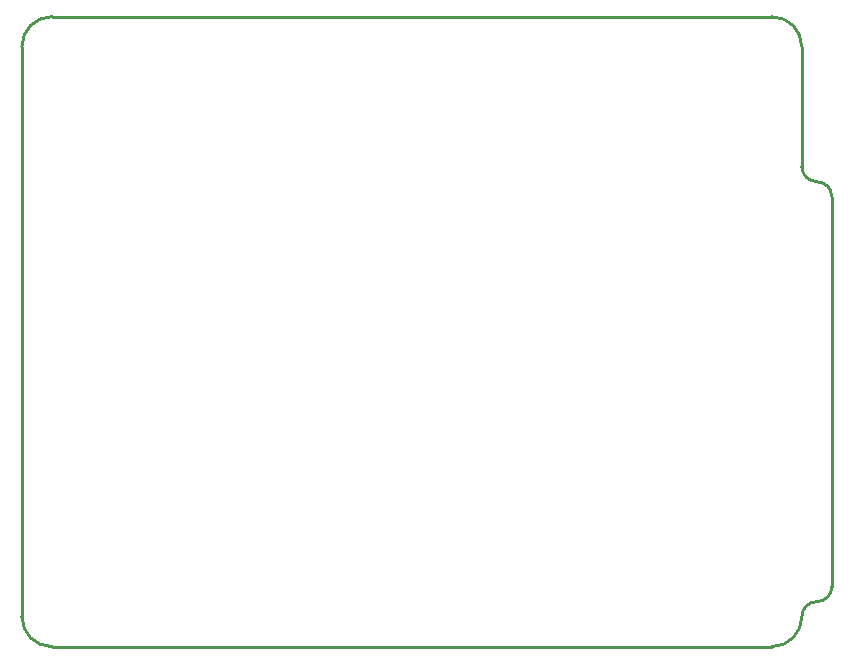
<source format=gm1>
G04 #@! TF.FileFunction,Profile,NP*
%FSLAX46Y46*%
G04 Gerber Fmt 4.6, Leading zero omitted, Abs format (unit mm)*
G04 Created by KiCad (PCBNEW 4.0.2+e4-6225~38~ubuntu16.04.1-stable) date mié 13 jul 2016 09:42:43 CEST*
%MOMM*%
G01*
G04 APERTURE LIST*
%ADD10C,0.100000*%
%ADD11C,0.254000*%
G04 APERTURE END LIST*
D10*
D11*
X68580000Y38100000D02*
X68580000Y5080000D01*
X66040000Y40640000D02*
X66040000Y50800000D01*
X68580000Y38100000D02*
G75*
G03X67310000Y39370000I-1270000J0D01*
G01*
X66040000Y40640000D02*
G75*
G03X67310000Y39370000I1270000J0D01*
G01*
X67310000Y3810000D02*
G75*
G03X68580000Y5080000I0J1270000D01*
G01*
X67310000Y3810000D02*
G75*
G03X66040000Y2540000I0J-1270000D01*
G01*
X2540000Y53340000D02*
X63500000Y53340000D01*
X0Y2540000D02*
X0Y50800000D01*
X2540000Y0D02*
X63500000Y0D01*
X66040000Y50800000D02*
G75*
G03X63500000Y53340000I-2540000J0D01*
G01*
X63500000Y0D02*
G75*
G03X66040000Y2540000I0J2540000D01*
G01*
X2540000Y53340000D02*
G75*
G03X0Y50800000I0J-2540000D01*
G01*
X0Y2540000D02*
G75*
G03X2540000Y0I2540000J0D01*
G01*
M02*

</source>
